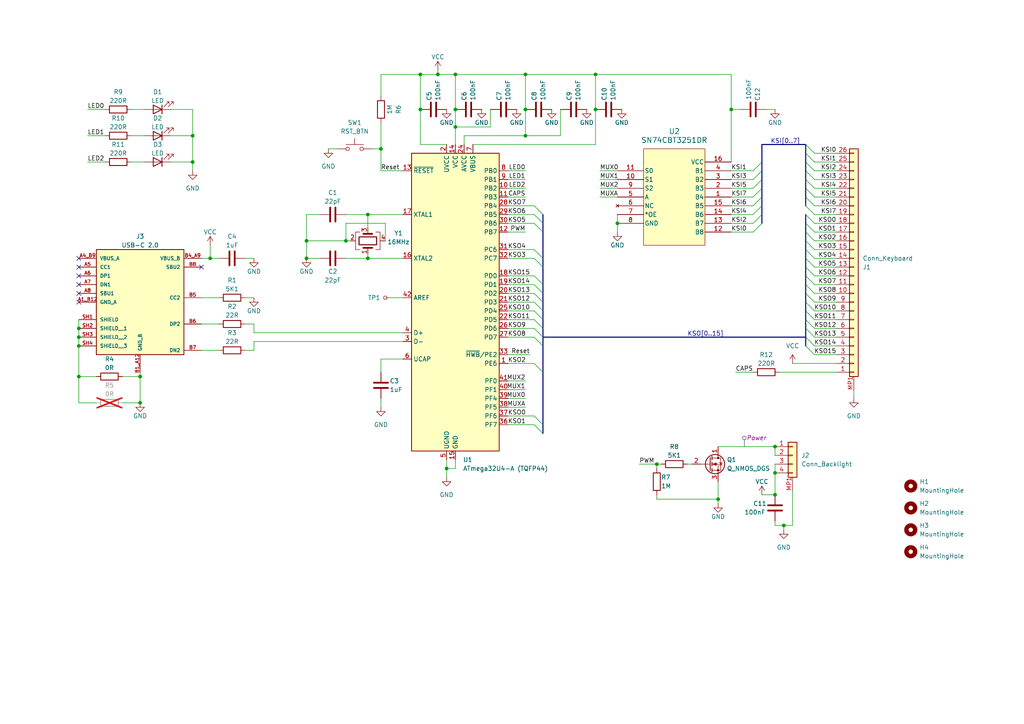
<source format=kicad_sch>
(kicad_sch (version 20230121) (generator eeschema)
  (paper "A4")
  (title_block (title "FrameBoard USB") (date "2024-05-17") (rev "1.0") (company "Martin Janů"))
  (lib_symbols
    (symbol "Connector:TestPoint_Small" (pin_numbers hide) (pin_names (offset 0.762) hide)
      (property "Reference" "TP" (at 0 3.81 0))
      (property "Value" "TestPoint_Small" (at 0 2.032 0))
      (symbol "TestPoint_Small_0_1"
        (circle (center 0 0) (radius 0.508))
      )
      (symbol "TestPoint_Small_1_1"
        (pin passive line (at 0 0 90) (length 0) (name "1") (number "1"))
      )
    )
    (symbol "Connector_Generic:Conn_01x04" (pin_names (offset 1.016) hide)
      (property "Reference" "J2" (at 2.54 0 0))
      (property "Value" "Conn_Backlight" (at 2.54 -2.54 0))
      (symbol "Conn_01x04_1_1"
        (rectangle (start -1.27 -4.953) (end 0 -5.207) (stroke (width 0.1524)))
        (rectangle (start -1.27 -2.413) (end 0 -2.667) (stroke (width 0.1524)))
        (rectangle (start -1.27 0.127) (end 0 -0.127) (stroke (width 0.1524)))
        (rectangle (start -1.27 2.667) (end 0 2.413) (stroke (width 0.1524)))
        (rectangle (start -1.27 3.81) (end 1.27 -6.35) (stroke (width 0.254)) (fill (type background)))
        (pin passive line (at -5.08 2.54 0) (length 3.81) (name "Pin_1") (number "1"))
        (pin passive line (at -5.08 0 0) (length 3.81) (name "Pin_2") (number "2"))
        (pin passive line (at -5.08 -2.54 0) (length 3.81) (name "Pin_3") (number "3"))
        (pin passive line (at -5.08 -5.08 0) (length 3.81) (name "Pin_4") (number "4"))
        (pin passive line (at 0 -10.16 90) (length 3.81) (name "") (number "MP1"))
        (pin passive line (at 0 -10.16 90) (length 3.81) hide (name "") (number "MP2"))
      )
    )
    (symbol "Connector_Generic:Conn_01x26" (pin_names (offset 1.016) hide)
      (property "Reference" "J1" (at 2.54 0 0))
      (property "Value" "Conn_Keyboard" (at 2.54 -2.54 0))
      (symbol "Conn_01x26_1_1"
        (rectangle (start -1.27 -32.893) (end 0 -33.147) (stroke (width 0.1524)))
        (rectangle (start -1.27 -30.353) (end 0 -30.607) (stroke (width 0.1524)))
        (rectangle (start -1.27 -27.813) (end 0 -28.067) (stroke (width 0.1524)))
        (rectangle (start -1.27 -25.273) (end 0 -25.527) (stroke (width 0.1524)))
        (rectangle (start -1.27 -22.733) (end 0 -22.987) (stroke (width 0.1524)))
        (rectangle (start -1.27 -20.193) (end 0 -20.447) (stroke (width 0.1524)))
        (rectangle (start -1.27 -17.653) (end 0 -17.907) (stroke (width 0.1524)))
        (rectangle (start -1.27 -15.113) (end 0 -15.367) (stroke (width 0.1524)))
        (rectangle (start -1.27 -12.573) (end 0 -12.827) (stroke (width 0.1524)))
        (rectangle (start -1.27 -10.033) (end 0 -10.287) (stroke (width 0.1524)))
        (rectangle (start -1.27 -7.493) (end 0 -7.747) (stroke (width 0.1524)))
        (rectangle (start -1.27 -4.953) (end 0 -5.207) (stroke (width 0.1524)))
        (rectangle (start -1.27 -2.413) (end 0 -2.667) (stroke (width 0.1524)))
        (rectangle (start -1.27 0.127) (end 0 -0.127) (stroke (width 0.1524)))
        (rectangle (start -1.27 2.667) (end 0 2.413) (stroke (width 0.1524)))
        (rectangle (start -1.27 5.207) (end 0 4.953) (stroke (width 0.1524)))
        (rectangle (start -1.27 7.747) (end 0 7.493) (stroke (width 0.1524)))
        (rectangle (start -1.27 10.287) (end 0 10.033) (stroke (width 0.1524)))
        (rectangle (start -1.27 12.827) (end 0 12.573) (stroke (width 0.1524)))
        (rectangle (start -1.27 15.367) (end 0 15.113) (stroke (width 0.1524)))
        (rectangle (start -1.27 17.907) (end 0 17.653) (stroke (width 0.1524)))
        (rectangle (start -1.27 20.447) (end 0 20.193) (stroke (width 0.1524)))
        (rectangle (start -1.27 22.987) (end 0 22.733) (stroke (width 0.1524)))
        (rectangle (start -1.27 25.527) (end 0 25.273) (stroke (width 0.1524)))
        (rectangle (start -1.27 28.067) (end 0 27.813) (stroke (width 0.1524)))
        (rectangle (start -1.27 30.607) (end 0 30.353) (stroke (width 0.1524)))
        (rectangle (start -1.27 31.75) (end 1.27 -34.29) (stroke (width 0.254)) (fill (type background)))
        (pin passive line (at -5.08 30.48 0) (length 3.81) (name "Pin_1") (number "1"))
        (pin passive line (at -5.08 7.62 0) (length 3.81) (name "Pin_10") (number "10"))
        (pin passive line (at -5.08 5.08 0) (length 3.81) (name "Pin_11") (number "11"))
        (pin passive line (at -5.08 2.54 0) (length 3.81) (name "Pin_12") (number "12"))
        (pin passive line (at -5.08 0 0) (length 3.81) (name "Pin_13") (number "13"))
        (pin passive line (at -5.08 -2.54 0) (length 3.81) (name "Pin_14") (number "14"))
        (pin passive line (at -5.08 -5.08 0) (length 3.81) (name "Pin_15") (number "15"))
        (pin passive line (at -5.08 -7.62 0) (length 3.81) (name "Pin_16") (number "16"))
        (pin passive line (at -5.08 -10.16 0) (length 3.81) (name "Pin_17") (number "17"))
        (pin passive line (at -5.08 -12.7 0) (length 3.81) (name "Pin_18") (number "18"))
        (pin passive line (at -5.08 -15.24 0) (length 3.81) (name "Pin_19") (number "19"))
        (pin passive line (at -5.08 27.94 0) (length 3.81) (name "Pin_2") (number "2"))
        (pin passive line (at -5.08 -17.78 0) (length 3.81) (name "Pin_20") (number "20"))
        (pin passive line (at -5.08 -20.32 0) (length 3.81) (name "Pin_21") (number "21"))
        (pin passive line (at -5.08 -22.86 0) (length 3.81) (name "Pin_22") (number "22"))
        (pin passive line (at -5.08 -25.4 0) (length 3.81) (name "Pin_23") (number "23"))
        (pin passive line (at -5.08 -27.94 0) (length 3.81) (name "Pin_24") (number "24"))
        (pin passive line (at -5.08 -30.48 0) (length 3.81) (name "Pin_25") (number "25"))
        (pin passive line (at -5.08 -33.02 0) (length 3.81) (name "Pin_26") (number "26"))
        (pin passive line (at -5.08 25.4 0) (length 3.81) (name "Pin_3") (number "3"))
        (pin passive line (at -5.08 22.86 0) (length 3.81) (name "Pin_4") (number "4"))
        (pin passive line (at -5.08 20.32 0) (length 3.81) (name "Pin_5") (number "5"))
        (pin passive line (at -5.08 17.78 0) (length 3.81) (name "Pin_6") (number "6"))
        (pin passive line (at -5.08 15.24 0) (length 3.81) (name "Pin_7") (number "7"))
        (pin passive line (at -5.08 12.7 0) (length 3.81) (name "Pin_8") (number "8"))
        (pin passive line (at -5.08 10.16 0) (length 3.81) (name "Pin_9") (number "9"))
        (pin passive line (at 0 35.56 270) (length 3.81) (name "") (number "MP1"))
        (pin passive line (at 0 35.56 270) (length 3.81) hide (name "") (number "MP2"))
      )
    )
    (symbol "Device:C" (pin_numbers hide) (pin_names (offset 0.254))
      (property "Reference" "C" (at 0.635 2.54 0))
      (property "Value" "C" (at 0.635 -2.54 0))
      (symbol "C_0_1"
        (polyline (pts (xy -2.032 -0.762) (xy 2.032 -0.762)) (stroke (width 0.508)))
        (polyline (pts (xy -2.032 0.762) (xy 2.032 0.762)) (stroke (width 0.508)))
      )
      (symbol "C_1_1"
        (pin passive line (at 0 3.81 270) (length 2.794) (name "~") (number "1"))
        (pin passive line (at 0 -3.81 90) (length 2.794) (name "~") (number "2"))
      )
    )
    (symbol "Device:Crystal_GND24" (pin_names (offset 1.016) hide)
      (property "Reference" "Y" (at 3.175 5.08 0))
      (property "Value" "Crystal_GND24" (at 3.175 3.175 0))
      (symbol "Crystal_GND24_0_1"
        (rectangle (start -1.143 2.54) (end 1.143 -2.54) (stroke (width 0.3048)))
        (polyline (pts (xy -2.54 0) (xy -2.032 0)))
        (polyline (pts (xy -2.032 -1.27) (xy -2.032 1.27)) (stroke (width 0.508)))
        (polyline (pts (xy 0 -3.81) (xy 0 -3.556)))
        (polyline (pts (xy 0 3.556) (xy 0 3.81)))
        (polyline (pts (xy 2.032 -1.27) (xy 2.032 1.27)) (stroke (width 0.508)))
        (polyline (pts (xy 2.032 0) (xy 2.54 0)))
        (polyline (pts (xy -2.54 -2.286) (xy -2.54 -3.556) (xy 2.54 -3.556) (xy 2.54 -2.286)))
        (polyline (pts (xy -2.54 2.286) (xy -2.54 3.556) (xy 2.54 3.556) (xy 2.54 2.286)))
      )
      (symbol "Crystal_GND24_1_1"
        (pin passive line (at -3.81 0 0) (length 1.27) (name "1") (number "1"))
        (pin passive line (at 0 5.08 270) (length 1.27) (name "2") (number "2"))
        (pin passive line (at 3.81 0 180) (length 1.27) (name "3") (number "3"))
        (pin passive line (at 0 -5.08 90) (length 1.27) (name "4") (number "4"))
      )
    )
    (symbol "Device:LED" (pin_numbers hide) (pin_names (offset 1.016) hide)
      (property "Reference" "D" (at 0 2.54 0))
      (property "Value" "LED" (at 0 -2.54 0))
      (symbol "LED_0_1"
        (polyline (pts (xy -1.27 -1.27) (xy -1.27 1.27)) (stroke (width 0.254)))
        (polyline (pts (xy -1.27 0) (xy 1.27 0)))
        (polyline (pts (xy 1.27 -1.27) (xy 1.27 1.27) (xy -1.27 0) (xy 1.27 -1.27)) (stroke (width 0.254)))
        (polyline (pts (xy -3.048 -0.762) (xy -4.572 -2.286) (xy -3.81 -2.286) (xy -4.572 -2.286) (xy -4.572 -1.524)))
        (polyline (pts (xy -1.778 -0.762) (xy -3.302 -2.286) (xy -2.54 -2.286) (xy -3.302 -2.286) (xy -3.302 -1.524)))
      )
      (symbol "LED_1_1"
        (pin passive line (at -3.81 0 0) (length 2.54) (name "K") (number "1"))
        (pin passive line (at 3.81 0 180) (length 2.54) (name "A") (number "2"))
      )
    )
    (symbol "Device:Q_NMOS_DGS" (pin_names (offset 0) hide)
      (property "Reference" "Q" (at 5.08 1.27 0))
      (property "Value" "Q_NMOS_DGS" (at 5.08 -1.27 0))
      (symbol "Q_NMOS_DGS_0_1"
        (polyline (pts (xy 0.254 0) (xy -2.54 0)))
        (polyline (pts (xy 0.254 1.905) (xy 0.254 -1.905)) (stroke (width 0.254)))
        (polyline (pts (xy 0.762 -1.27) (xy 0.762 -2.286)) (stroke (width 0.254)))
        (polyline (pts (xy 0.762 0.508) (xy 0.762 -0.508)) (stroke (width 0.254)))
        (polyline (pts (xy 0.762 2.286) (xy 0.762 1.27)) (stroke (width 0.254)))
        (polyline (pts (xy 2.54 2.54) (xy 2.54 1.778)))
        (polyline (pts (xy 2.54 -2.54) (xy 2.54 0) (xy 0.762 0)))
        (polyline (pts (xy 0.762 -1.778) (xy 3.302 -1.778) (xy 3.302 1.778) (xy 0.762 1.778)))
        (polyline (pts (xy 1.016 0) (xy 2.032 0.381) (xy 2.032 -0.381) (xy 1.016 0)) (fill (type outline)))
        (polyline (pts (xy 2.794 0.508) (xy 2.921 0.381) (xy 3.683 0.381) (xy 3.81 0.254)))
        (polyline (pts (xy 3.302 0.381) (xy 2.921 -0.254) (xy 3.683 -0.254) (xy 3.302 0.381)))
        (circle (center 1.651 0) (radius 2.794) (stroke (width 0.254)))
        (circle (center 2.54 -1.778) (radius 0.254) (fill (type outline)))
        (circle (center 2.54 1.778) (radius 0.254) (fill (type outline)))
      )
      (symbol "Q_NMOS_DGS_1_1"
        (pin passive line (at 2.54 5.08 270) (length 2.54) (name "D") (number "1"))
        (pin input line (at -5.08 0 0) (length 2.54) (name "G") (number "2"))
        (pin passive line (at 2.54 -5.08 90) (length 2.54) (name "S") (number "3"))
      )
    )
    (symbol "Device:R" (pin_numbers hide) (pin_names (offset 0))
      (property "Reference" "R" (at 2.032 0 90))
      (property "Value" "R" (at 0 0 90))
      (symbol "R_0_1"
        (rectangle (start -1.016 -2.54) (end 1.016 2.54) (stroke (width 0.254)))
      )
      (symbol "R_1_1"
        (pin passive line (at 0 3.81 270) (length 1.27) (name "~") (number "1"))
        (pin passive line (at 0 -3.81 90) (length 1.27) (name "~") (number "2"))
      )
    )
    (symbol "MCU_Microchip_ATmega:ATmega32U4-A"
      (property "Reference" "U1" (at 2.1941 -45.72 0))
      (property "Value" "ATmega32U4-A (TQFP44)" (at 2.1941 -48.26 0))
      (symbol "ATmega32U4-A_0_1"
        (rectangle (start -12.7 43.18) (end 12.7 -43.18) (stroke (width 0.254)) (fill (type background)))
      )
      (symbol "ATmega32U4-A_1_1"
        (pin bidirectional line (at 15.24 -17.78 180) (length 2.54) (name "PE6") (number "1"))
        (pin bidirectional line (at 15.24 33.02 180) (length 2.54) (name "PB2") (number "10"))
        (pin bidirectional line (at 15.24 30.48 180) (length 2.54) (name "PB3") (number "11"))
        (pin bidirectional line (at 15.24 20.32 180) (length 2.54) (name "PB7") (number "12"))
        (pin input line (at -15.24 38.1 0) (length 2.54) (name "~{RESET}") (number "13"))
        (pin power_in line (at 0 45.72 270) (length 2.54) (name "VCC") (number "14"))
        (pin power_in line (at 0 -45.72 90) (length 2.54) (name "GND") (number "15"))
        (pin output line (at -15.24 12.7 0) (length 2.54) (name "XTAL2") (number "16"))
        (pin input line (at -15.24 25.4 0) (length 2.54) (name "XTAL1") (number "17"))
        (pin bidirectional line (at 15.24 7.62 180) (length 2.54) (name "PD0") (number "18"))
        (pin bidirectional line (at 15.24 5.08 180) (length 2.54) (name "PD1") (number "19"))
        (pin power_in line (at -2.54 45.72 270) (length 2.54) (name "UVCC") (number "2"))
        (pin bidirectional line (at 15.24 2.54 180) (length 2.54) (name "PD2") (number "20"))
        (pin bidirectional line (at 15.24 0 180) (length 2.54) (name "PD3") (number "21"))
        (pin bidirectional line (at 15.24 -5.08 180) (length 2.54) (name "PD5") (number "22"))
        (pin passive line (at 0 -45.72 90) (length 2.54) hide (name "GND") (number "23"))
        (pin power_in line (at 2.54 45.72 270) (length 2.54) (name "AVCC") (number "24"))
        (pin bidirectional line (at 15.24 -2.54 180) (length 2.54) (name "PD4") (number "25"))
        (pin bidirectional line (at 15.24 -7.62 180) (length 2.54) (name "PD6") (number "26"))
        (pin bidirectional line (at 15.24 -10.16 180) (length 2.54) (name "PD7") (number "27"))
        (pin bidirectional line (at 15.24 27.94 180) (length 2.54) (name "PB4") (number "28"))
        (pin bidirectional line (at 15.24 25.4 180) (length 2.54) (name "PB5") (number "29"))
        (pin bidirectional line (at -15.24 -11.43 0) (length 2.54) (name "D-") (number "3"))
        (pin bidirectional line (at 15.24 22.86 180) (length 2.54) (name "PB6") (number "30"))
        (pin bidirectional line (at 15.24 15.24 180) (length 2.54) (name "PC6") (number "31"))
        (pin bidirectional line (at 15.24 12.7 180) (length 2.54) (name "PC7") (number "32"))
        (pin bidirectional line (at 15.24 -15.24 180) (length 2.54) (name "~{HWB}/PE2") (number "33"))
        (pin passive line (at 0 45.72 270) (length 2.54) hide (name "VCC") (number "34"))
        (pin passive line (at 0 -45.72 90) (length 2.54) hide (name "GND") (number "35"))
        (pin bidirectional line (at 15.24 -35.56 180) (length 2.54) (name "PF7") (number "36"))
        (pin bidirectional line (at 15.24 -33.02 180) (length 2.54) (name "PF6") (number "37"))
        (pin bidirectional line (at 15.24 -30.48 180) (length 2.54) (name "PF5") (number "38"))
        (pin bidirectional line (at 15.24 -27.94 180) (length 2.54) (name "PF4") (number "39"))
        (pin bidirectional line (at -15.24 -8.89 0) (length 2.54) (name "D+") (number "4"))
        (pin bidirectional line (at 15.24 -25.4 180) (length 2.54) (name "PF1") (number "40"))
        (pin bidirectional line (at 15.24 -22.86 180) (length 2.54) (name "PF0") (number "41"))
        (pin passive line (at -15.24 1.27 0) (length 2.54) (name "AREF") (number "42"))
        (pin passive line (at 0 -45.72 90) (length 2.54) hide (name "GND") (number "43"))
        (pin passive line (at 2.54 45.72 270) (length 2.54) hide (name "AVCC") (number "44"))
        (pin passive line (at -2.54 -45.72 90) (length 2.54) (name "UGND") (number "5"))
        (pin passive line (at -15.24 -16.51 0) (length 2.54) (name "UCAP") (number "6"))
        (pin input line (at 5.08 45.72 270) (length 2.54) (name "VBUS") (number "7"))
        (pin bidirectional line (at 15.24 38.1 180) (length 2.54) (name "PB0") (number "8"))
        (pin bidirectional line (at 15.24 35.56 180) (length 2.54) (name "PB1") (number "9"))
      )
    )
    (symbol "Mechanical:MountingHole" (pin_names (offset 1.016))
      (property "Reference" "H" (at 0 5.08 0))
      (property "Value" "MountingHole" (at 0 3.175 0))
      (symbol "MountingHole_0_1"
        (circle (center 0 0) (radius 1.27) (stroke (width 1.27)))
      )
    )
    (symbol "Switch:SW_Push" (pin_numbers hide) (pin_names (offset 1.016) hide)
      (property "Reference" "SW" (at 1.27 2.54 0))
      (property "Value" "SW_Push" (at 0 -1.524 0))
      (symbol "SW_Push_0_1"
        (circle (center -2.032 0) (radius 0.508))
        (polyline (pts (xy 0 1.27) (xy 0 3.048)))
        (polyline (pts (xy 2.54 1.27) (xy -2.54 1.27)))
        (circle (center 2.032 0) (radius 0.508))
        (pin passive line (at -5.08 0 0) (length 2.54) (name "1") (number "1"))
        (pin passive line (at 5.08 0 180) (length 2.54) (name "2") (number "2"))
      )
    )
    (symbol "mux:SN74CBT3251DR" (pin_names (offset 0.254))
      (property "Reference" "U2" (at 27.94 10.16 0))
      (property "Value" "SN74CBT3251DR" (at 27.94 7.62 0))
      (symbol "SN74CBT3251DR_0_1"
        (pin bidirectional line (at 44.45 -8.89 180) (length 7.62) (name "B4") (number "1"))
        (pin input line (at 11.43 -3.81 0) (length 7.62) (name "S1") (number "10"))
        (pin input line (at 11.43 -1.27 0) (length 7.62) (name "S0") (number "11"))
        (pin bidirectional line (at 44.45 -19.05 180) (length 7.62) (name "B8") (number "12"))
        (pin bidirectional line (at 44.45 -16.51 180) (length 7.62) (name "B7") (number "13"))
        (pin bidirectional line (at 44.45 -13.97 180) (length 7.62) (name "B6") (number "14"))
        (pin bidirectional line (at 44.45 -11.43 180) (length 7.62) (name "B5") (number "15"))
        (pin power_in line (at 44.45 1.27 180) (length 7.62) (name "VCC") (number "16"))
        (pin bidirectional line (at 44.45 -6.35 180) (length 7.62) (name "B3") (number "2"))
        (pin bidirectional line (at 44.45 -3.81 180) (length 7.62) (name "B2") (number "3"))
        (pin bidirectional line (at 44.45 -1.27 180) (length 7.62) (name "B1") (number "4"))
        (pin bidirectional line (at 11.43 -8.89 0) (length 7.62) (name "A") (number "5"))
        (pin no_connect line (at 11.43 -11.43 0) (length 7.62) (name "NC") (number "6"))
        (pin input line (at 11.43 -13.97 0) (length 7.62) (name "*OE") (number "7"))
        (pin power_in line (at 11.43 -16.51 0) (length 7.62) (name "GND") (number "8"))
        (pin input line (at 11.43 -6.35 0) (length 7.62) (name "S2") (number "9"))
      )
      (symbol "SN74CBT3251DR_1_1"
        (rectangle (start 19.05 5.08) (end 36.83 -22.86) (fill (type background)))
      )
    )
    (symbol "power:GND" (power) (pin_names (offset 0))
      (property "Value" "GND" (at 0 -3.81 0))
      (symbol "GND_0_1"
        (polyline (pts (xy 0 0) (xy 0 -1.27) (xy 1.27 -1.27) (xy 0 -2.54) (xy -1.27 -1.27) (xy 0 -1.27)))
      )
      (symbol "GND_1_1"
        (pin power_in line (at 0 0 270) (length 0) hide (name "GND") (number "1"))
      )
    )
    (symbol "power:VCC" (power) (pin_names (offset 0))
      (property "Value" "VCC" (at 0 3.81 0))
      (symbol "VCC_0_1"
        (polyline (pts (xy -0.762 1.27) (xy 0 2.54)))
        (polyline (pts (xy 0 0) (xy 0 2.54)))
        (polyline (pts (xy 0 2.54) (xy 0.762 1.27)))
      )
      (symbol "VCC_1_1"
        (pin power_in line (at 0 0 90) (length 0) hide (name "VCC") (number "1"))
      )
    )
    (symbol "usb:GSB1C4621DS1HR" (pin_names (offset 1.016))
      (property "Reference" "J3" (at 0 13.97 0))
      (property "Value" "USB-C 2.0" (at 0 11.43 0))
      (symbol "GSB1C4621DS1HR_0_0"
        (rectangle (start -12.7 -20.32) (end 12.7 10.16) (stroke (width 0.254)) (fill (type background)))
        (pin power_in line (at -17.78 -5.08 0) (length 5.08) (name "GND_A") (number "A1_B12"))
        (pin power_in line (at -17.78 7.62 0) (length 5.08) (name "VBUS_A") (number "A4_B9"))
        (pin bidirectional line (at -17.78 5.08 0) (length 5.08) (name "CC1") (number "A5"))
        (pin bidirectional line (at -17.78 2.54 0) (length 5.08) (name "DP1") (number "A6"))
        (pin bidirectional line (at -17.78 0 0) (length 5.08) (name "DN1") (number "A7"))
        (pin bidirectional line (at -17.78 -2.54 0) (length 5.08) (name "SBU1") (number "A8"))
        (pin power_in line (at 0 -25.4 90) (length 5.08) (name "GND_B") (number "B1_A12"))
        (pin power_in line (at 17.78 7.62 180) (length 5.08) (name "VBUS_B") (number "B4_A9"))
        (pin bidirectional line (at 17.78 -3.81 180) (length 5.08) (name "CC2") (number "B5"))
        (pin bidirectional line (at 17.78 -11.43 180) (length 5.08) (name "DP2") (number "B6"))
        (pin bidirectional line (at 17.78 -19.05 180) (length 5.08) (name "DN2") (number "B7"))
        (pin bidirectional line (at 17.78 5.08 180) (length 5.08) (name "SBU2") (number "B8"))
        (pin passive line (at -17.78 -10.16 0) (length 5.08) (name "SHIELD") (number "SH1"))
        (pin passive line (at -17.78 -12.7 0) (length 5.08) (name "SHIELD__1") (number "SH2"))
        (pin passive line (at -17.78 -15.24 0) (length 5.08) (name "SHIELD__2") (number "SH3"))
        (pin passive line (at -17.78 -17.78 0) (length 5.08) (name "SHIELD__3") (number "SH4"))
      )
    )
  )
  (junction (at 132.08 36.83))
  (junction (at 22.86 97.79))
  (junction (at 227.33 152.4))
  (junction (at 40.64 116.84))
  (junction (at 224.79 137.16))
  (junction (at 152.4 21.59))
  (junction (at 121.92 21.59))
  (junction (at 106.68 62.23))
  (junction (at 129.54 135.89))
  (junction (at 172.72 21.59))
  (junction (at 40.64 109.22))
  (junction (at 106.68 74.93))
  (junction (at 100.33 69.85))
  (junction (at 132.08 21.59))
  (junction (at 55.88 39.37))
  (junction (at 110.49 43.18))
  (junction (at 152.4 31.75))
  (junction (at 55.88 46.99))
  (junction (at 132.08 31.75))
  (junction (at 22.86 100.33))
  (junction (at 152.4 39.37))
  (junction (at 88.9 69.85))
  (junction (at 190.5 134.62))
  (junction (at 172.72 31.75))
  (junction (at 179.07 64.77))
  (junction (at 212.09 31.75))
  (junction (at 224.79 143.51))
  (junction (at 60.96 74.93))
  (junction (at 121.92 31.75))
  (junction (at 224.79 129.54))
  (junction (at 22.86 109.22))
  (junction (at 22.86 95.25))
  (junction (at 127 21.59))
  (junction (at 208.28 144.78))
  (junction (at 88.9 74.93))
  (no_connect (at 22.86 87.63))
  (no_connect (at 22.86 77.47))
  (no_connect (at 22.86 85.09))
  (no_connect (at 22.86 82.55))
  (no_connect (at 22.86 80.01))
  (no_connect (at 58.42 77.47))
  (no_connect (at 22.86 74.93))
  (bus_entry (at 233.68 92.71) (size 2.54 2.54))
  (bus_entry (at 157.48 97.79) (size -2.54 -2.54))
  (bus_entry (at 157.48 82.55) (size -2.54 -2.54))
  (bus_entry (at 233.68 52.07) (size 2.54 2.54))
  (bus_entry (at 157.48 92.71) (size -2.54 -2.54))
  (bus_entry (at 233.68 90.17) (size 2.54 2.54))
  (bus_entry (at 220.98 52.07) (size -2.54 2.54))
  (bus_entry (at 220.98 54.61) (size -2.54 2.54))
  (bus_entry (at 233.68 80.01) (size 2.54 2.54))
  (bus_entry (at 157.48 74.93) (size -2.54 -2.54))
  (bus_entry (at 233.68 54.61) (size 2.54 2.54))
  (bus_entry (at 233.68 69.85) (size 2.54 2.54))
  (bus_entry (at 233.68 82.55) (size 2.54 2.54))
  (bus_entry (at 157.48 100.33) (size -2.54 -2.54))
  (bus_entry (at 233.68 72.39) (size 2.54 2.54))
  (bus_entry (at 233.68 85.09) (size 2.54 2.54))
  (bus_entry (at 157.48 125.73) (size -2.54 -2.54))
  (bus_entry (at 157.48 62.23) (size -2.54 -2.54))
  (bus_entry (at 233.68 67.31) (size 2.54 2.54))
  (bus_entry (at 233.68 95.25) (size 2.54 2.54))
  (bus_entry (at 233.68 46.99) (size 2.54 2.54))
  (bus_entry (at 233.68 87.63) (size 2.54 2.54))
  (bus_entry (at 157.48 64.77) (size -2.54 -2.54))
  (bus_entry (at 220.98 64.77) (size -2.54 2.54))
  (bus_entry (at 157.48 87.63) (size -2.54 -2.54))
  (bus_entry (at 233.68 59.69) (size 2.54 2.54))
  (bus_entry (at 220.98 57.15) (size -2.54 2.54))
  (bus_entry (at 157.48 77.47) (size -2.54 -2.54))
  (bus_entry (at 233.68 49.53) (size 2.54 2.54))
  (bus_entry (at 157.48 107.95) (size -2.54 -2.54))
  (bus_entry (at 157.48 95.25) (size -2.54 -2.54))
  (bus_entry (at 233.68 64.77) (size 2.54 2.54))
  (bus_entry (at 157.48 85.09) (size -2.54 -2.54))
  (bus_entry (at 233.68 77.47) (size 2.54 2.54))
  (bus_entry (at 233.68 100.33) (size 2.54 2.54))
  (bus_entry (at 220.98 59.69) (size -2.54 2.54))
  (bus_entry (at 233.68 57.15) (size 2.54 2.54))
  (bus_entry (at 220.98 49.53) (size -2.54 2.54))
  (bus_entry (at 157.48 123.19) (size -2.54 -2.54))
  (bus_entry (at 233.68 44.45) (size 2.54 2.54))
  (bus_entry (at 233.68 97.79) (size 2.54 2.54))
  (bus_entry (at 220.98 46.99) (size -2.54 2.54))
  (bus_entry (at 157.48 67.31) (size -2.54 -2.54))
  (bus_entry (at 233.68 74.93) (size 2.54 2.54))
  (bus_entry (at 233.68 62.23) (size 2.54 2.54))
  (bus_entry (at 233.68 41.91) (size 2.54 2.54))
  (bus_entry (at 220.98 62.23) (size -2.54 2.54))
  (bus_entry (at 157.48 90.17) (size -2.54 -2.54))
  (wire (pts (xy 152.4 21.59) (xy 152.4 31.75)))
  (wire (pts (xy 190.5 144.78) (xy 190.5 143.51)))
  (wire (pts (xy 97.79 43.18) (xy 95.25 43.18)))
  (wire (pts (xy 73.66 99.06) (xy 116.84 99.06)))
  (wire (pts (xy 49.53 46.99) (xy 55.88 46.99)))
  (wire (pts (xy 226.06 107.95) (xy 242.57 107.95)))
  (bus (pts (xy 157.48 77.47) (xy 157.48 82.55)))
  (wire (pts (xy 220.98 143.51) (xy 224.79 143.51)))
  (wire (pts (xy 38.1 31.75) (xy 41.91 31.75)))
  (wire (pts (xy 147.32 59.69) (xy 154.94 59.69)))
  (wire (pts (xy 229.87 152.4) (xy 229.87 142.24)))
  (wire (pts (xy 132.08 36.83) (xy 132.08 41.91)))
  (wire (pts (xy 227.33 152.4) (xy 229.87 152.4)))
  (bus (pts (xy 157.48 82.55) (xy 157.48 85.09)))
  (wire (pts (xy 208.28 139.7) (xy 208.28 144.78)))
  (wire (pts (xy 100.33 74.93) (xy 106.68 74.93)))
  (wire (pts (xy 236.22 67.31) (xy 242.57 67.31)))
  (wire (pts (xy 55.88 31.75) (xy 55.88 39.37)))
  (wire (pts (xy 236.22 82.55) (xy 242.57 82.55)))
  (wire (pts (xy 38.1 46.99) (xy 41.91 46.99)))
  (wire (pts (xy 100.33 69.85) (xy 101.6 69.85)))
  (wire (pts (xy 224.79 151.13) (xy 224.79 152.4)))
  (bus (pts (xy 233.68 57.15) (xy 233.68 59.69)))
  (wire (pts (xy 132.08 21.59) (xy 132.08 31.75)))
  (wire (pts (xy 179.07 62.23) (xy 179.07 64.77)))
  (wire (pts (xy 236.22 54.61) (xy 242.57 54.61)))
  (bus (pts (xy 157.48 90.17) (xy 157.48 92.71)))
  (wire (pts (xy 236.22 52.07) (xy 242.57 52.07)))
  (wire (pts (xy 147.32 90.17) (xy 154.94 90.17)))
  (wire (pts (xy 35.56 116.84) (xy 40.64 116.84)))
  (wire (pts (xy 224.79 143.51) (xy 224.79 137.16)))
  (wire (pts (xy 71.12 86.36) (xy 73.66 86.36)))
  (wire (pts (xy 25.4 39.37) (xy 30.48 39.37)))
  (wire (pts (xy 73.66 96.52) (xy 116.84 96.52)))
  (wire (pts (xy 110.49 35.56) (xy 110.49 43.18)))
  (wire (pts (xy 111.76 64.77) (xy 100.33 64.77)))
  (wire (pts (xy 22.86 92.71) (xy 22.86 95.25)))
  (wire (pts (xy 88.9 62.23) (xy 88.9 69.85)))
  (wire (pts (xy 127 20.32) (xy 127 21.59)))
  (wire (pts (xy 132.08 133.35) (xy 132.08 135.89)))
  (wire (pts (xy 58.42 101.6) (xy 63.5 101.6)))
  (bus (pts (xy 233.68 41.91) (xy 233.68 44.45)))
  (wire (pts (xy 129.54 133.35) (xy 129.54 135.89)))
  (wire (pts (xy 224.79 31.75) (xy 222.25 31.75)))
  (bus (pts (xy 220.98 41.91) (xy 233.68 41.91)))
  (wire (pts (xy 25.4 46.99) (xy 30.48 46.99)))
  (bus (pts (xy 220.98 49.53) (xy 220.98 52.07)))
  (wire (pts (xy 73.66 101.6) (xy 73.66 99.06)))
  (bus (pts (xy 233.68 85.09) (xy 233.68 87.63)))
  (bus (pts (xy 157.48 85.09) (xy 157.48 87.63)))
  (bus (pts (xy 233.68 97.79) (xy 233.68 100.33)))
  (wire (pts (xy 236.22 72.39) (xy 242.57 72.39)))
  (bus (pts (xy 233.68 69.85) (xy 233.68 72.39)))
  (wire (pts (xy 147.32 72.39) (xy 154.94 72.39)))
  (wire (pts (xy 172.72 41.91) (xy 172.72 31.75)))
  (wire (pts (xy 132.08 21.59) (xy 152.4 21.59)))
  (wire (pts (xy 172.72 21.59) (xy 172.72 31.75)))
  (wire (pts (xy 212.09 31.75) (xy 214.63 31.75)))
  (wire (pts (xy 212.09 21.59) (xy 212.09 31.75)))
  (wire (pts (xy 147.32 82.55) (xy 154.94 82.55)))
  (wire (pts (xy 147.32 85.09) (xy 154.94 85.09)))
  (wire (pts (xy 132.08 31.75) (xy 132.08 36.83)))
  (bus (pts (xy 157.48 97.79) (xy 157.48 100.33)))
  (wire (pts (xy 147.32 87.63) (xy 154.94 87.63)))
  (wire (pts (xy 100.33 62.23) (xy 106.68 62.23)))
  (wire (pts (xy 88.9 69.85) (xy 100.33 69.85)))
  (wire (pts (xy 212.09 57.15) (xy 218.44 57.15)))
  (wire (pts (xy 212.09 62.23) (xy 218.44 62.23)))
  (wire (pts (xy 147.32 120.65) (xy 154.94 120.65)))
  (wire (pts (xy 142.24 31.75) (xy 142.24 36.83)))
  (wire (pts (xy 212.09 67.31) (xy 218.44 67.31)))
  (bus (pts (xy 233.68 62.23) (xy 233.68 64.77)))
  (wire (pts (xy 88.9 74.93) (xy 92.71 74.93)))
  (wire (pts (xy 236.22 64.77) (xy 242.57 64.77)))
  (wire (pts (xy 212.09 49.53) (xy 218.44 49.53)))
  (wire (pts (xy 212.09 21.59) (xy 172.72 21.59)))
  (bus (pts (xy 220.98 41.91) (xy 220.98 46.99)))
  (wire (pts (xy 212.09 59.69) (xy 218.44 59.69)))
  (wire (pts (xy 236.22 87.63) (xy 242.57 87.63)))
  (bus (pts (xy 157.48 87.63) (xy 157.48 90.17)))
  (bus (pts (xy 220.98 52.07) (xy 220.98 54.61)))
  (wire (pts (xy 236.22 80.01) (xy 242.57 80.01)))
  (wire (pts (xy 134.62 39.37) (xy 152.4 39.37)))
  (wire (pts (xy 236.22 69.85) (xy 242.57 69.85)))
  (bus (pts (xy 157.48 62.23) (xy 157.48 64.77)))
  (wire (pts (xy 173.99 57.15) (xy 179.07 57.15)))
  (bus (pts (xy 233.68 67.31) (xy 233.68 69.85)))
  (bus (pts (xy 157.48 97.79) (xy 233.68 97.79)))
  (wire (pts (xy 247.65 113.03) (xy 247.65 115.57)))
  (wire (pts (xy 27.94 116.84) (xy 22.86 116.84)))
  (wire (pts (xy 190.5 134.62) (xy 190.5 135.89)))
  (bus (pts (xy 233.68 92.71) (xy 233.68 95.25)))
  (wire (pts (xy 152.4 31.75) (xy 152.4 39.37)))
  (wire (pts (xy 22.86 97.79) (xy 22.86 100.33)))
  (bus (pts (xy 233.68 46.99) (xy 233.68 49.53)))
  (bus (pts (xy 157.48 123.19) (xy 157.48 125.73)))
  (wire (pts (xy 236.22 57.15) (xy 242.57 57.15)))
  (wire (pts (xy 49.53 39.37) (xy 55.88 39.37)))
  (wire (pts (xy 40.64 109.22) (xy 40.64 107.95)))
  (wire (pts (xy 212.09 31.75) (xy 212.09 46.99)))
  (wire (pts (xy 236.22 85.09) (xy 242.57 85.09)))
  (wire (pts (xy 236.22 44.45) (xy 242.57 44.45)))
  (bus (pts (xy 233.68 95.25) (xy 233.68 97.79)))
  (wire (pts (xy 236.22 97.79) (xy 242.57 97.79)))
  (wire (pts (xy 142.24 36.83) (xy 132.08 36.83)))
  (wire (pts (xy 147.32 115.57) (xy 152.4 115.57)))
  (wire (pts (xy 147.32 92.71) (xy 154.94 92.71)))
  (wire (pts (xy 236.22 62.23) (xy 242.57 62.23)))
  (wire (pts (xy 236.22 49.53) (xy 242.57 49.53)))
  (wire (pts (xy 236.22 95.25) (xy 242.57 95.25)))
  (wire (pts (xy 236.22 77.47) (xy 242.57 77.47)))
  (wire (pts (xy 55.88 49.53) (xy 55.88 46.99)))
  (wire (pts (xy 162.56 39.37) (xy 162.56 31.75)))
  (wire (pts (xy 213.36 107.95) (xy 218.44 107.95)))
  (bus (pts (xy 233.68 80.01) (xy 233.68 82.55)))
  (wire (pts (xy 147.32 110.49) (xy 152.4 110.49)))
  (bus (pts (xy 233.68 49.53) (xy 233.68 52.07)))
  (wire (pts (xy 147.32 95.25) (xy 154.94 95.25)))
  (wire (pts (xy 147.32 74.93) (xy 154.94 74.93)))
  (wire (pts (xy 208.28 144.78) (xy 208.28 146.05)))
  (bus (pts (xy 233.68 82.55) (xy 233.68 85.09)))
  (wire (pts (xy 236.22 74.93) (xy 242.57 74.93)))
  (bus (pts (xy 233.68 52.07) (xy 233.68 54.61)))
  (bus (pts (xy 157.48 100.33) (xy 157.48 107.95)))
  (bus (pts (xy 220.98 59.69) (xy 220.98 62.23)))
  (wire (pts (xy 147.32 123.19) (xy 154.94 123.19)))
  (wire (pts (xy 147.32 52.07) (xy 152.4 52.07)))
  (wire (pts (xy 212.09 52.07) (xy 218.44 52.07)))
  (bus (pts (xy 157.48 107.95) (xy 157.48 123.19)))
  (wire (pts (xy 236.22 100.33) (xy 242.57 100.33)))
  (wire (pts (xy 147.32 113.03) (xy 152.4 113.03)))
  (wire (pts (xy 73.66 93.98) (xy 73.66 96.52)))
  (wire (pts (xy 116.84 104.14) (xy 110.49 104.14)))
  (wire (pts (xy 236.22 92.71) (xy 242.57 92.71)))
  (bus (pts (xy 220.98 57.15) (xy 220.98 59.69)))
  (wire (pts (xy 106.68 62.23) (xy 106.68 66.04)))
  (wire (pts (xy 22.86 109.22) (xy 22.86 100.33)))
  (wire (pts (xy 190.5 144.78) (xy 208.28 144.78)))
  (wire (pts (xy 236.22 59.69) (xy 242.57 59.69)))
  (wire (pts (xy 236.22 46.99) (xy 242.57 46.99)))
  (wire (pts (xy 121.92 21.59) (xy 121.92 31.75)))
  (wire (pts (xy 110.49 21.59) (xy 110.49 27.94)))
  (wire (pts (xy 127 21.59) (xy 132.08 21.59)))
  (wire (pts (xy 147.32 54.61) (xy 152.4 54.61)))
  (bus (pts (xy 157.48 64.77) (xy 157.48 67.31)))
  (wire (pts (xy 55.88 39.37) (xy 55.88 46.99)))
  (bus (pts (xy 233.68 90.17) (xy 233.68 92.71)))
  (wire (pts (xy 147.32 118.11) (xy 152.4 118.11)))
  (wire (pts (xy 121.92 21.59) (xy 127 21.59)))
  (wire (pts (xy 147.32 57.15) (xy 152.4 57.15)))
  (bus (pts (xy 157.48 92.71) (xy 157.48 95.25)))
  (wire (pts (xy 137.16 41.91) (xy 172.72 41.91)))
  (bus (pts (xy 157.48 74.93) (xy 157.48 77.47)))
  (wire (pts (xy 88.9 69.85) (xy 88.9 74.93)))
  (bus (pts (xy 233.68 54.61) (xy 233.68 57.15)))
  (wire (pts (xy 27.94 109.22) (xy 22.86 109.22)))
  (wire (pts (xy 60.96 74.93) (xy 60.96 71.12)))
  (wire (pts (xy 212.09 64.77) (xy 218.44 64.77)))
  (wire (pts (xy 110.49 49.53) (xy 116.84 49.53)))
  (wire (pts (xy 58.42 93.98) (xy 63.5 93.98)))
  (wire (pts (xy 147.32 105.41) (xy 154.94 105.41)))
  (wire (pts (xy 152.4 21.59) (xy 172.72 21.59)))
  (bus (pts (xy 233.68 72.39) (xy 233.68 74.93)))
  (wire (pts (xy 22.86 116.84) (xy 22.86 109.22)))
  (wire (pts (xy 58.42 86.36) (xy 63.5 86.36)))
  (wire (pts (xy 212.09 54.61) (xy 218.44 54.61)))
  (wire (pts (xy 106.68 74.93) (xy 116.84 74.93)))
  (wire (pts (xy 58.42 74.93) (xy 60.96 74.93)))
  (wire (pts (xy 121.92 41.91) (xy 129.54 41.91)))
  (wire (pts (xy 224.79 129.54) (xy 224.79 132.08)))
  (wire (pts (xy 179.07 64.77) (xy 179.07 67.31)))
  (wire (pts (xy 71.12 101.6) (xy 73.66 101.6)))
  (wire (pts (xy 147.32 102.87) (xy 153.67 102.87)))
  (wire (pts (xy 106.68 73.66) (xy 106.68 74.93)))
  (wire (pts (xy 111.76 69.85) (xy 111.76 64.77)))
  (wire (pts (xy 173.99 54.61) (xy 179.07 54.61)))
  (bus (pts (xy 233.68 44.45) (xy 233.68 46.99)))
  (wire (pts (xy 147.32 64.77) (xy 154.94 64.77)))
  (wire (pts (xy 40.64 109.22) (xy 40.64 116.84)))
  (wire (pts (xy 35.56 109.22) (xy 40.64 109.22)))
  (wire (pts (xy 173.99 52.07) (xy 179.07 52.07)))
  (wire (pts (xy 199.39 134.62) (xy 200.66 134.62)))
  (wire (pts (xy 152.4 39.37) (xy 162.56 39.37)))
  (wire (pts (xy 38.1 39.37) (xy 41.91 39.37)))
  (bus (pts (xy 233.68 74.93) (xy 233.68 77.47)))
  (wire (pts (xy 236.22 90.17) (xy 242.57 90.17)))
  (wire (pts (xy 107.95 43.18) (xy 110.49 43.18)))
  (wire (pts (xy 134.62 41.91) (xy 134.62 39.37)))
  (wire (pts (xy 132.08 135.89) (xy 129.54 135.89)))
  (wire (pts (xy 71.12 93.98) (xy 73.66 93.98)))
  (wire (pts (xy 227.33 152.4) (xy 227.33 153.67)))
  (wire (pts (xy 229.87 105.41) (xy 242.57 105.41)))
  (wire (pts (xy 60.96 74.93) (xy 63.5 74.93)))
  (wire (pts (xy 173.99 49.53) (xy 179.07 49.53)))
  (bus (pts (xy 220.98 54.61) (xy 220.98 57.15)))
  (wire (pts (xy 129.54 135.89) (xy 129.54 138.43)))
  (bus (pts (xy 220.98 62.23) (xy 220.98 64.77)))
  (wire (pts (xy 147.32 97.79) (xy 154.94 97.79)))
  (wire (pts (xy 110.49 104.14) (xy 110.49 107.95)))
  (wire (pts (xy 71.12 74.93) (xy 73.66 74.93)))
  (bus (pts (xy 233.68 87.63) (xy 233.68 90.17)))
  (wire (pts (xy 110.49 115.57) (xy 110.49 118.11)))
  (wire (pts (xy 190.5 134.62) (xy 191.77 134.62)))
  (wire (pts (xy 25.4 31.75) (xy 30.48 31.75)))
  (wire (pts (xy 22.86 95.25) (xy 22.86 97.79)))
  (wire (pts (xy 49.53 31.75) (xy 55.88 31.75)))
  (bus (pts (xy 233.68 77.47) (xy 233.68 80.01)))
  (wire (pts (xy 147.32 67.31) (xy 152.4 67.31)))
  (wire (pts (xy 208.28 129.54) (xy 224.79 129.54)))
  (wire (pts (xy 224.79 134.62) (xy 224.79 137.16)))
  (bus (pts (xy 220.98 46.99) (xy 220.98 49.53)))
  (wire (pts (xy 147.32 49.53) (xy 152.4 49.53)))
  (wire (pts (xy 236.22 102.87) (xy 242.57 102.87)))
  (bus (pts (xy 157.48 95.25) (xy 157.48 97.79)))
  (wire (pts (xy 147.32 80.01) (xy 154.94 80.01)))
  (wire (pts (xy 147.32 62.23) (xy 154.94 62.23)))
  (bus (pts (xy 233.68 64.77) (xy 233.68 67.31)))
  (wire (pts (xy 106.68 62.23) (xy 116.84 62.23)))
  (wire (pts (xy 185.42 134.62) (xy 190.5 134.62)))
  (wire (pts (xy 110.49 43.18) (xy 110.49 49.53)))
  (wire (pts (xy 111.76 86.36) (xy 116.84 86.36)))
  (wire (pts (xy 100.33 64.77) (xy 100.33 69.85)))
  (wire (pts (xy 110.49 21.59) (xy 121.92 21.59)))
  (wire (pts (xy 121.92 41.91) (xy 121.92 31.75)))
  (wire (pts (xy 92.71 62.23) (xy 88.9 62.23)))
  (bus (pts (xy 157.48 67.31) (xy 157.48 74.93)))
  (wire (pts (xy 224.79 152.4) (xy 227.33 152.4)))
  (label "KSI3" (at 242.57 52.07 180))
  (label "LED0" (at 25.4 31.75 0))
  (label "KSO10" (at 147.32 90.17 0))
  (label "KSO3" (at 147.32 74.93 0))
  (label "KSO15" (at 147.32 80.01 0))
  (label "KSO0" (at 147.32 120.65 0))
  (label "KSI0" (at 212.09 67.31 0))
  (label "MUX2" (at 173.99 54.61 0))
  (label "LED2" (at 25.4 46.99 0))
  (label "KSI7" (at 242.57 62.23 180))
  (label "KSO[0..15]" (at 199.39 97.79 0))
  (label "KSO9" (at 147.32 95.25 0))
  (label "MUX1" (at 152.4 113.03 180))
  (label "KSO6" (at 147.32 62.23 0))
  (label "KSI6" (at 242.57 59.69 180))
  (label "KSI4" (at 212.09 62.23 0))
  (label "KSO13" (at 242.57 97.79 180))
  (label "Reset" (at 153.67 102.87 180))
  (label "KSI[0..7]" (at 223.52 41.91 0))
  (label "MUXA" (at 152.4 118.11 180))
  (label "LED1" (at 152.4 52.07 180))
  (label "KSO14" (at 147.32 82.55 0))
  (label "MUX2" (at 152.4 110.49 180))
  (label "MUX1" (at 173.99 52.07 0))
  (label "KSO6" (at 242.57 80.01 180))
  (label "MUX0" (at 152.4 115.57 180))
  (label "KSO4" (at 242.57 74.93 180))
  (label "KSO2" (at 147.32 105.41 0))
  (label "KSO11" (at 242.57 92.71 180))
  (label "KSI5" (at 212.09 54.61 0))
  (label "KSO2" (at 242.57 69.85 180))
  (label "PWM" (at 185.42 134.62 0))
  (label "KSO11" (at 147.32 92.71 0))
  (label "KSO3" (at 242.57 72.39 180))
  (label "CAPS" (at 213.36 107.95 0))
  (label "KSO7" (at 242.57 82.55 180))
  (label "KSO12" (at 147.32 87.63 0))
  (label "KSO9" (at 242.57 87.63 180))
  (label "LED2" (at 152.4 54.61 180))
  (label "KSO0" (at 242.57 64.77 180))
  (label "KSO5" (at 242.57 77.47 180))
  (label "KSO8" (at 242.57 85.09 180))
  (label "KSI3" (at 212.09 52.07 0))
  (label "KSI6" (at 212.09 59.69 0))
  (label "KSO15" (at 242.57 102.87 180))
  (label "KSO1" (at 147.32 123.19 0))
  (label "CAPS" (at 152.4 57.15 180))
  (label "KSO1" (at 242.57 67.31 180))
  (label "KSO5" (at 147.32 64.77 0))
  (label "LED1" (at 25.4 39.37 0))
  (label "KSO12" (at 242.57 95.25 180))
  (label "KSO4" (at 147.32 72.39 0))
  (label "MUX0" (at 173.99 49.53 0))
  (label "KSI0" (at 242.57 44.45 180))
  (label "KSI4" (at 242.57 54.61 180))
  (label "KSI7" (at 212.09 57.15 0))
  (label "KSI5" (at 242.57 57.15 180))
  (label "KSI1" (at 242.57 46.99 180))
  (label "KSI2" (at 212.09 64.77 0))
  (label "LED0" (at 152.4 49.53 180))
  (label "KSO13" (at 147.32 85.09 0))
  (label "KSI1" (at 212.09 49.53 0))
  (label "KSO8" (at 147.32 97.79 0))
  (label "KSI2" (at 242.57 49.53 180))
  (label "KSO10" (at 242.57 90.17 180))
  (label "PWM" (at 152.4 67.31 180))
  (label "KSO14" (at 242.57 100.33 180))
  (label "MUXA" (at 173.99 57.15 0))
  (label "Reset" (at 110.49 49.53 0))
  (label "KSO7" (at 147.32 59.69 0))
  (netclass_flag "" (length 2.54) (shape round) (at 215.9 129.54 0) (property "Netclass" "Power" (at 216.5096 127 0) (effects (font italic) (justify left))))
  (symbol (lib_id "Device:R") (at 190.5 139.7 0) (unit 1)
    (property "Reference" "R7" (at 191.77 138.43 0) (effects (justify left)))
    (property "Value" "1M" (at 191.77 140.97 0) (effects (justify left)))
    (property "Footprint" "Resistor_SMD:R_0805_2012Metric" (effects hide))
    (property "Digikey" "RC0805FR-071ML" (effects hide))
  )
  (symbol (lib_id "Device:C") (at 96.52 62.23 270) (unit 1)
    (property "Reference" "C1" (at 96.52 55.88 90))
    (property "Value" "22pF" (at 96.52 58.42 90))
    (property "Footprint" "Capacitor_SMD:C_0805_2012Metric" (effects hide))
    (property "Datasheet" "https://88ce57.p3cdn1.secureserver.net/wp-content/uploads/2023/01/chv_series-1.pdf" (effects hide))
    (property "Digikey" "C0805C220F1HAC7800" (effects hide))
  )
  (symbol (lib_id "Device:C") (at 156.21 31.75 90) (unit 1)
    (property "Reference" "C8" (at 154.94 29.21 0) (effects (justify left)))
    (property "Value" "100nF" (at 157.48 29.21 0) (effects (justify left)))
    (property "Footprint" "Capacitor_SMD:C_0805_2012Metric" (effects hide))
    (property "Digikey" "CL21B104KBCNNNC" (effects hide))
  )
  (symbol (lib_id "Device:Crystal_GND24") (at 106.68 69.85 90) (unit 1)
    (property "Reference" "Y1" (at 115.57 67.6341 90))
    (property "Value" "16MHz" (at 115.57 70.1741 90))
    (property "Footprint" "Crystal:Crystal_SMD_3225-4Pin_3.2x2.5mm" (effects hide))
    (property "Digikey" "RH100-16.000-18-2030-EXT-TR" (effects hide))
  )
  (symbol (lib_id "power:GND") (at 180.34 31.75 0) (unit 1)
    (property "Reference" "#PWR017" (effects hide))
    (property "Value" "GND" (at 180.34 35.56 0))
  )
  (symbol (lib_id "Device:R") (at 31.75 116.84 90) (unit 1) (in_bom no) (dnp yes)
    (property "Reference" "R5" (at 31.75 111.76 90))
    (property "Value" "0R" (at 31.75 114.3 90))
    (property "Footprint" "Resistor_SMD:R_0805_2012Metric" (effects hide))
    (property "Digikey" "RC0805JR-070RL" (effects hide))
    (property "Sim.Enable" "0" (effects hide))
  )
  (symbol (lib_id "Device:LED") (at 45.72 31.75 180) (unit 1)
    (property "Reference" "D1" (at 45.72 26.67 0))
    (property "Value" "LED" (at 45.72 29.21 0))
    (property "Footprint" "LED_SMD:LED_0805_2012Metric" (effects hide))
    (property "Digikey" "B1701UY--20D000214U1930" (effects hide))
  )
  (symbol (lib_id "power:VCC") (at 229.87 105.41 0) (unit 1)
    (property "Reference" "#PWR018" (effects hide))
    (property "Value" "VCC" (at 229.87 100.33 0))
  )
  (symbol (lib_id "power:GND") (at 160.02 31.75 0) (unit 1)
    (property "Reference" "#PWR010" (effects hide))
    (property "Value" "GND" (at 160.02 35.56 0))
  )
  (symbol (lib_id "Device:C") (at 176.53 31.75 90) (unit 1)
    (property "Reference" "C10" (at 175.26 29.21 0) (effects (justify left)))
    (property "Value" "100nF" (at 177.8 29.21 0) (effects (justify left)))
    (property "Footprint" "Capacitor_SMD:C_0805_2012Metric" (effects hide))
    (property "Digikey" "CL21B104KBCNNNC" (effects hide))
  )
  (symbol (lib_id "power:GND") (at 139.7 31.75 0) (unit 1)
    (property "Reference" "#PWR011" (effects hide))
    (property "Value" "GND" (at 139.7 35.56 0))
  )
  (symbol (lib_id "power:VCC") (at 127 20.32 0) (unit 1)
    (property "Reference" "#PWR04" (effects hide))
    (property "Value" "VCC" (at 127 16.51 0))
  )
  (symbol (lib_id "Device:C") (at 67.31 74.93 90) (unit 1)
    (property "Reference" "C4" (at 67.31 68.58 90))
    (property "Value" "1uF" (at 67.31 71.12 90))
    (property "Footprint" "Capacitor_SMD:C_0805_2012Metric" (effects hide))
    (property "Digikey" "CL21B105KAFNNNE" (effects hide))
  )
  (symbol (lib_id "Device:C") (at 110.49 111.76 0) (unit 1)
    (property "Reference" "C3" (at 113.03 110.49 0) (effects (justify left)))
    (property "Value" "1uF" (at 113.03 113.03 0) (effects (justify left)))
    (property "Footprint" "Capacitor_SMD:C_0805_2012Metric" (effects hide))
    (property "Digikey" "CL21B105KAFNNNE" (effects hide))
  )
  (symbol (lib_id "Device:C") (at 96.52 74.93 270) (unit 1)
    (property "Reference" "C2" (at 96.52 78.74 90))
    (property "Value" "22pF" (at 96.52 81.28 90))
    (property "Footprint" "Capacitor_SMD:C_0805_2012Metric" (effects hide))
    (property "Datasheet" "https://88ce57.p3cdn1.secureserver.net/wp-content/uploads/2023/01/chv_series-1.pdf" (effects hide))
    (property "Digikey" "C0805C220F1HAC7800" (effects hide))
  )
  (symbol (lib_id "power:VCC") (at 220.98 143.51 0) (unit 1)
    (property "Reference" "#PWR020" (effects hide))
    (property "Value" "VCC" (at 220.98 139.7 0))
  )
  (symbol (lib_id "MCU_Microchip_ATmega:ATmega32U4-A") (at 132.08 87.63 0) (unit 1)
    (property "Reference" "U1" (at 134.2741 133.35 0) (effects (justify left)))
    (property "Value" "ATmega32U4-A (TQFP44)" (at 134.2741 135.89 0) (effects (justify left)))
    (property "Footprint" "Package_QFP:TQFP-44_10x10mm_P0.8mm" (effects hide))
    (property "Datasheet" "http://ww1.microchip.com/downloads/en/DeviceDoc/Atmel-7766-8-bit-AVR-ATmega16U4-32U4_Datasheet.pdf" (effects hide))
    (property "Digikey" "ATMEGA32U4-AU" (effects hide))
  )
  (symbol (lib_id "usb:GSB1C4621DS1HR") (at 40.64 82.55 0) (unit 1)
    (property "Reference" "J3" (at 40.64 68.58 0))
    (property "Value" "USB-C 2.0" (at 40.64 71.12 0))
    (property "Footprint" "usb:AMPHENOL_GSB1C4621DS1HR" (effects hide))
    (property "PARTREV" "AX1" (effects hide))
    (property "STANDARD" "Manufacturer Recommendations" (effects hide))
    (property "MAXIMUM_PACKAGE_HEIGHT" "2.16mm" (effects hide))
    (property "MANUFACTURER" "Amphenol" (effects hide))
    (property "Digikey" "GSB1C4621DS1HR" (effects hide))
  )
  (symbol (lib_id "Mechanical:MountingHole") (at 264.16 147.32 0) (unit 1)
    (property "Reference" "H2" (at 266.7 146.05 0) (effects (justify left)))
    (property "Value" "MountingHole" (at 266.7 148.59 0) (effects (justify left)))
    (property "Footprint" "MountingHole:MountingHole_2.2mm_M2" (effects hide))
  )
  (symbol (lib_id "power:GND") (at 40.64 116.84 0) (unit 1)
    (property "Reference" "#PWR09" (effects hide))
    (property "Value" "GND" (at 40.64 120.65 0))
  )
  (symbol (lib_id "Switch:SW_Push") (at 102.87 43.18 0) (unit 1)
    (property "Reference" "SW1" (at 102.87 35.56 0))
    (property "Value" "RST_BTN" (at 102.87 38.1 0))
    (property "Footprint" "custom_footprints:button" (effects hide))
    (property "Digikey" "PTS636 SP43 LFS" (effects hide))
  )
  (symbol (lib_id "power:GND") (at 170.18 31.75 0) (unit 1)
    (property "Reference" "#PWR012" (effects hide))
    (property "Value" "GND" (at 170.18 35.56 0))
  )
  (symbol (lib_id "power:GND") (at 227.33 153.67 0) (unit 1)
    (property "Reference" "#PWR021" (effects hide))
    (property "Value" "GND" (at 227.33 158.75 0))
  )
  (symbol (lib_id "power:GND") (at 95.25 43.18 0) (unit 1)
    (property "Reference" "#PWR08" (effects hide))
    (property "Value" "GND" (at 95.25 48.26 0))
  )
  (symbol (lib_id "Device:LED") (at 45.72 39.37 180) (unit 1)
    (property "Reference" "D2" (at 45.72 34.29 0))
    (property "Value" "LED" (at 45.72 36.83 0))
    (property "Footprint" "LED_SMD:LED_0805_2012Metric" (effects hide))
    (property "Digikey" "B1701UY--20D000214U1930" (effects hide))
  )
  (symbol (lib_id "mux:SN74CBT3251DR") (at 167.64 48.26 0) (unit 1)
    (property "Reference" "U2" (at 195.58 38.1 0) (effects (font (size 1.524 1.524))))
    (property "Value" "SN74CBT3251DR" (at 195.58 40.64 0) (effects (font (size 1.524 1.524))))
    (property "Footprint" "demux:SOIC-16_ONS" (effects hide))
    (property "Digikey" "SN74CBT3251DR" (effects hide))
  )
  (symbol (lib_id "Device:R") (at 67.31 101.6 90) (unit 1)
    (property "Reference" "R3" (at 67.31 96.52 90))
    (property "Value" "22R" (at 67.31 99.06 90))
    (property "Footprint" "Resistor_SMD:R_0805_2012Metric" (effects hide))
    (property "Digikey" "RC0805FR-0722RL" (effects hide))
  )
  (symbol (lib_id "Mechanical:MountingHole") (at 264.16 160.02 0) (unit 1)
    (property "Reference" "H4" (at 266.7 158.75 0) (effects (justify left)))
    (property "Value" "MountingHole" (at 266.7 161.29 0) (effects (justify left)))
    (property "Footprint" "MountingHole:MountingHole_2.2mm_M2" (effects hide))
  )
  (symbol (lib_id "Device:R") (at 67.31 93.98 90) (unit 1)
    (property "Reference" "R2" (at 67.31 88.9 90))
    (property "Value" "22R" (at 67.31 91.44 90))
    (property "Footprint" "Resistor_SMD:R_0805_2012Metric" (effects hide))
    (property "Digikey" "RC0805FR-0722RL" (effects hide))
  )
  (symbol (lib_id "power:GND") (at 208.28 146.05 0) (unit 1)
    (property "Reference" "#PWR019" (effects hide))
    (property "Value" "GND" (at 208.28 149.86 0))
  )
  (symbol (lib_id "power:GND") (at 129.54 31.75 0) (unit 1)
    (property "Reference" "#PWR013" (effects hide))
    (property "Value" "GND" (at 129.54 35.56 0))
  )
  (symbol (lib_id "Device:R") (at 67.31 86.36 90) (unit 1)
    (property "Reference" "R1" (at 67.31 81.28 90))
    (property "Value" "5K1" (at 67.31 83.82 90))
    (property "Footprint" "Resistor_SMD:R_0805_2012Metric" (effects hide))
    (property "Digikey" "RC0805JR-075K1L" (effects hide))
  )
  (symbol (lib_id "Device:C") (at 146.05 31.75 90) (unit 1)
    (property "Reference" "C7" (at 144.78 29.21 0) (effects (justify left)))
    (property "Value" "100nF" (at 147.32 29.21 0) (effects (justify left)))
    (property "Footprint" "Capacitor_SMD:C_0805_2012Metric" (effects hide))
    (property "Digikey" "CL21B104KBCNNNC" (effects hide))
  )
  (symbol (lib_id "power:GND") (at 110.49 118.11 0) (unit 1)
    (property "Reference" "#PWR05" (effects hide))
    (property "Value" "GND" (at 110.49 123.19 0))
  )
  (symbol (lib_id "Device:C") (at 135.89 31.75 90) (unit 1)
    (property "Reference" "C6" (at 134.62 29.21 0) (effects (justify left)))
    (property "Value" "100nF" (at 137.16 29.21 0) (effects (justify left)))
    (property "Footprint" "Capacitor_SMD:C_0805_2012Metric" (effects hide))
    (property "Digikey" "CL21B104KBCNNNC" (effects hide))
  )
  (symbol (lib_id "power:GND") (at 88.9 74.93 0) (unit 1)
    (property "Reference" "#PWR01" (effects hide))
    (property "Value" "GND" (at 88.9 78.74 0))
  )
  (symbol (lib_id "power:GND") (at 149.86 31.75 0) (unit 1)
    (property "Reference" "#PWR06" (effects hide))
    (property "Value" "GND" (at 149.86 35.56 0))
  )
  (symbol (lib_id "power:VCC") (at 60.96 71.12 0) (unit 1)
    (property "Reference" "#PWR02" (effects hide))
    (property "Value" "VCC" (at 60.96 67.31 0))
  )
  (symbol (lib_id "Connector:TestPoint_Small") (at 111.76 86.36 0) (unit 1)
    (property "Reference" "TP1" (at 106.68 86.36 0) (effects (justify left)))
    (property "Value" "TestPoint" (effects hide))
    (property "Footprint" "custom_footprints:testpoint" (effects hide))
  )
  (symbol (lib_id "Device:R") (at 34.29 39.37 90) (unit 1)
    (property "Reference" "R10" (at 34.29 34.29 90))
    (property "Value" "220R" (at 34.29 36.83 90))
    (property "Footprint" "Resistor_SMD:R_0805_2012Metric" (effects hide))
    (property "Digikey" "RC0805FR-07220RL" (effects hide))
  )
  (symbol (lib_id "Device:Q_NMOS_DGS") (at 205.74 134.62 0) (unit 1)
    (property "Reference" "Q1" (at 210.82 133.35 0) (effects (justify left)))
    (property "Value" "Q_NMOS_DGS" (at 210.82 135.89 0) (effects (justify left)))
    (property "Footprint" "transistors:SOT-323_SC-70" (effects hide))
    (property "Digikey" "4878-2N7002WCT-ND" (effects hide))
  )
  (symbol (lib_id "Device:C") (at 224.79 147.32 0) (unit 1)
    (property "Reference" "C11" (at 218.44 146.05 0) (effects (justify left)))
    (property "Value" "100nF" (at 215.9 148.59 0) (effects (justify left)))
    (property "Footprint" "Capacitor_SMD:C_0805_2012Metric" (effects hide))
    (property "Digikey" "CL21B104KBCNNNC" (effects hide))
  )
  (symbol (lib_id "Device:LED") (at 45.72 46.99 180) (unit 1)
    (property "Reference" "D3" (at 45.72 41.91 0))
    (property "Value" "LED" (at 45.72 44.45 0))
    (property "Footprint" "LED_SMD:LED_0805_2012Metric" (effects hide))
    (property "Digikey" "B1701UY--20D000214U1930" (effects hide))
  )
  (symbol (lib_id "power:GND") (at 73.66 86.36 0) (unit 1)
    (property "Reference" "#PWR03" (effects hide))
    (property "Value" "GND" (at 73.66 90.17 0))
  )
  (symbol (lib_id "Connector_Generic:Conn_01x26") (at 247.65 77.47 0) (mirror x) (unit 1)
    (property "Reference" "J1" (at 250.19 77.47 0) (effects (justify left)))
    (property "Value" "Conn_Keyboard" (at 250.19 74.93 0) (effects (justify left)))
    (property "Footprint" "keyboard_conn:046809626210846" (effects hide))
    (property "Digikey" "046809626210846+" (effects hide))
  )
  (symbol (lib_id "power:GND") (at 247.65 115.57 0) (unit 1)
    (property "Reference" "#PWR022" (effects hide))
    (property "Value" "GND" (at 247.65 120.65 0))
  )
  (symbol (lib_id "Device:R") (at 34.29 46.99 90) (unit 1)
    (property "Reference" "R11" (at 34.29 41.91 90))
    (property "Value" "220R" (at 34.29 44.45 90))
    (property "Footprint" "Resistor_SMD:R_0805_2012Metric" (effects hide))
    (property "Digikey" "RC0805FR-07220RL" (effects hide))
  )
  (symbol (lib_id "Device:R") (at 195.58 134.62 90) (unit 1)
    (property "Reference" "R8" (at 195.58 129.54 90))
    (property "Value" "5K1" (at 195.58 132.08 90))
    (property "Footprint" "Resistor_SMD:R_0805_2012Metric" (effects hide))
    (property "Digikey" "RC0805JR-075K1L" (effects hide))
  )
  (symbol (lib_id "Connector_Generic:Conn_01x04") (at 229.87 132.08 0) (unit 1)
    (property "Reference" "J2" (at 232.41 132.08 0) (effects (justify left)))
    (property "Value" "Conn_Backlight" (at 232.41 134.62 0) (effects (justify left)))
    (property "Footprint" "custom_footprints:conn_backlight" (effects hide))
    (property "Digikey" "F518-1A7A1-11004" (effects hide))
  )
  (symbol (lib_id "Device:C") (at 218.44 31.75 270) (unit 1)
    (property "Reference" "C12" (at 219.71 25.4 0) (effects (justify left)))
    (property "Value" "100nF" (at 217.17 22.86 0) (effects (justify left)))
    (property "Footprint" "Capacitor_SMD:C_0805_2012Metric" (effects hide))
    (property "Digikey" "CL21B104KBCNNNC" (effects hide))
  )
  (symbol (lib_id "Device:R") (at 222.25 107.95 90) (unit 1)
    (property "Reference" "R12" (at 222.25 102.87 90))
    (property "Value" "220R" (at 222.25 105.41 90))
    (property "Footprint" "Resistor_SMD:R_0805_2012Metric" (effects hide))
    (property "Digikey" "RC0805FR-07220RL" (effects hide))
  )
  (symbol (lib_id "power:GND") (at 129.54 138.43 0) (unit 1)
    (property "Reference" "#PWR07" (effects hide))
    (property "Value" "GND" (at 129.54 143.51 0))
  )
  (symbol (lib_id "power:GND") (at 55.88 49.53 0) (unit 1)
    (property "Reference" "#PWR014" (effects hide))
    (property "Value" "GND" (at 55.88 54.61 0))
  )
  (symbol (lib_id "Device:R") (at 110.49 31.75 0) (unit 1)
    (property "Reference" "R6" (at 115.57 31.75 90))
    (property "Value" "1M" (at 113.03 31.75 90))
    (property "Footprint" "Resistor_SMD:R_0805_2012Metric" (effects hide))
    (property "Digikey" "RC0805FR-071ML" (effects hide))
  )
  (symbol (lib_id "power:GND") (at 73.66 74.93 0) (unit 1)
    (property "Reference" "#PWR016" (effects hide))
    (property "Value" "GND" (at 73.66 78.74 0))
  )
  (symbol (lib_id "Mechanical:MountingHole") (at 264.16 140.97 0) (unit 1)
    (property "Reference" "H1" (at 266.7 139.7 0) (effects (justify left)))
    (property "Value" "MountingHole" (at 266.7 142.24 0) (effects (justify left)))
    (property "Footprint" "MountingHole:MountingHole_2.2mm_M2" (effects hide))
  )
  (symbol (lib_id "Device:C") (at 166.37 31.75 90) (unit 1)
    (property "Reference" "C9" (at 165.1 29.21 0) (effects (justify left)))
    (property "Value" "100nF" (at 167.64 29.21 0) (effects (justify left)))
    (property "Footprint" "Capacitor_SMD:C_0805_2012Metric" (effects hide))
    (property "Digikey" "CL21B104KBCNNNC" (effects hide))
  )
  (symbol (lib_id "power:GND") (at 179.07 67.31 0) (unit 1)
    (property "Reference" "#PWR015" (effects hide))
    (property "Value" "GND" (at 179.07 71.12 0))
  )
  (symbol (lib_id "power:GND") (at 224.79 31.75 0) (unit 1)
    (property "Reference" "#PWR023" (effects hide))
    (property "Value" "GND" (at 224.79 35.56 0))
  )
  (symbol (lib_id "Device:C") (at 125.73 31.75 90) (unit 1)
    (property "Reference" "C5" (at 124.46 29.21 0) (effects (justify left)))
    (property "Value" "100nF" (at 127 29.21 0) (effects (justify left)))
    (property "Footprint" "Capacitor_SMD:C_0805_2012Metric" (effects hide))
    (property "Digikey" "CL21B104KBCNNNC" (effects hide))
  )
  (symbol (lib_id "Device:R") (at 34.29 31.75 90) (unit 1)
    (property "Reference" "R9" (at 34.29 26.67 90))
    (property "Value" "220R" (at 34.29 29.21 90))
    (property "Footprint" "Resistor_SMD:R_0805_2012Metric" (effects hide))
    (property "Digikey" "RC0805FR-07220RL" (effects hide))
  )
  (symbol (lib_id "Mechanical:MountingHole") (at 264.16 153.67 0) (unit 1)
    (property "Reference" "H3" (at 266.7 152.4 0) (effects (justify left)))
    (property "Value" "MountingHole" (at 266.7 154.94 0) (effects (justify left)))
    (property "Footprint" "MountingHole:MountingHole_2.2mm_M2" (effects hide))
  )
  (symbol (lib_id "Device:R") (at 31.75 109.22 90) (unit 1)
    (property "Reference" "R4" (at 31.75 104.14 90))
    (property "Value" "0R" (at 31.75 106.68 90))
    (property "Footprint" "Resistor_SMD:R_0805_2012Metric" (effects hide))
    (property "Digikey" "RC0805JR-070RL" (effects hide))
  )
)
</source>
